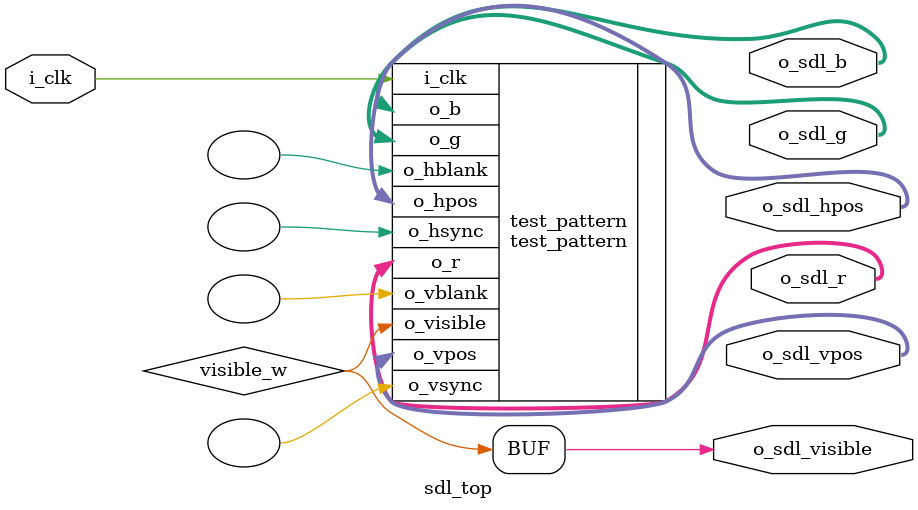
<source format=v>
`default_nettype none

module sdl_top (
  input wire          i_clk,
  output wire [9:0]   o_sdl_hpos,
  output wire [9:0]   o_sdl_vpos,
  output wire         o_sdl_visible,
  // output wire         o_startOfLine,
  // output wire         o_vsyncLine,
  // output wire         o_firstLine,
  // output wire [3:0]   o_bit_state,
  output wire [7:0]   o_sdl_r,
  output wire [7:0]   o_sdl_g,
  output wire [7:0]   o_sdl_b
);
  
  wire visible_w;
  test_pattern test_pattern (
    .i_clk(i_clk),
    .o_hsync(),
    .o_hblank(),
    .o_vsync(),
    .o_vblank(),
    .o_hpos(o_sdl_hpos),
    .o_vpos(o_sdl_vpos),
    .o_visible(visible_w),
    .o_r(o_sdl_r),
    .o_g(o_sdl_g),
    .o_b(o_sdl_b)
  );

  assign o_sdl_visible = visible_w;

  // bool startOfLine = (x == 0);
  // bool firstLine = (y == 0);
  // bool vsyncLine = (y == V_RES);
  // bool visible = (top->o_sdl_visible);
  // uint8_t bitState = visible << 3 | vsyncLine << 2 | firstLine << 1 | startOfLine;
  // wire startOfLine = (o_sdl_hpos == 10'd0)  ? 1'b1 : 1'b0;
  // wire firstLine = (o_sdl_vpos == 10'd0)    ? 1'b1 : 1'b0;
  // wire vsyncLine = (o_sdl_vpos == 10'd480)  ? 1'b1 : 1'b0;
  // assign o_bit_state = {visible_w, vsyncLine, firstLine, startOfLine};

  // assign o_startOfLine = (o_sdl_hpos == 10'd0)  ? 1'b1 : 1'b0;
  // assign o_firstLine = (o_sdl_vpos == 10'd0)    ? 1'b1 : 1'b0;
  // assign o_vsyncLine = (o_sdl_vpos == 10'd480)  ? 1'b1 : 1'b0;
  // assign o_bit_state = {visible_w, o_vsyncLine, o_firstLine, o_startOfLine};

endmodule

</source>
